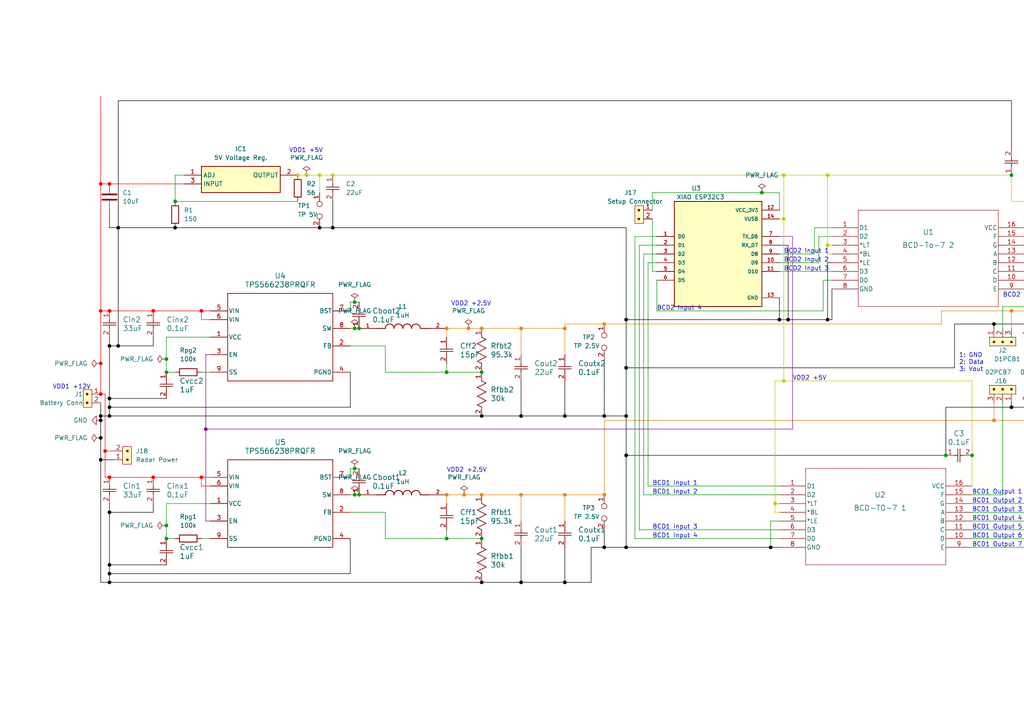
<source format=kicad_sch>
(kicad_sch (version 20230121) (generator eeschema)
  (paper "A4")
  (title_block (title "SDP25 Team18 Main PCB") (date "2024-10-25") (rev "1") (company "UMass Amherst") (comment 1 "Designed by Nathan Robinson") (comment 2 "Sam Chicoine") (comment 3 "Alex Johnson") (comment 4 "Kyle Greenwood"))
  (junction (at 181.61 92.71) (color 0 0 0 1))
  (junction (at 129.54 143.51) (color 221 133 0 1))
  (junction (at 31.75 138.43) (color 255 0 0 1))
  (junction (at 96.52 50.8) (color 194 194 0 1))
  (junction (at 129.54 156.21))
  (junction (at 313.69 118.11) (color 0 0 0 1))
  (junction (at 29.21 133.35) (color 0 0 0 1))
  (junction (at 151.13 95.25) (color 221 133 0 1))
  (junction (at 293.37 118.11) (color 0 0 0 1))
  (junction (at 313.69 90.17) (color 221 133 0 1))
  (junction (at 139.7 107.95))
  (junction (at 228.6 92.71) (color 0 0 0 1))
  (junction (at 31.75 168.91) (color 0 0 0 1))
  (junction (at 31.75 148.59) (color 0 0 0 1))
  (junction (at 48.26 107.95))
  (junction (at 223.52 158.75) (color 0 0 0 1))
  (junction (at 227.33 63.5) (color 194 194 0 1))
  (junction (at 175.26 120.65) (color 0 0 0 1))
  (junction (at 274.32 132.08))
  (junction (at 48.26 104.14))
  (junction (at 34.29 66.04) (color 0 0 0 1))
  (junction (at 298.45 121.92) (color 221 133 0 1))
  (junction (at 344.17 90.17) (color 221 133 0 1))
  (junction (at 104.14 143.51))
  (junction (at 31.75 166.37) (color 0 0 0 1))
  (junction (at 31.75 53.34) (color 255 0 0 1))
  (junction (at 29.21 105.41) (color 255 0 0 1))
  (junction (at 29.21 121.92) (color 0 0 0 1))
  (junction (at 334.01 90.17) (color 221 133 0 1))
  (junction (at 129.54 95.25) (color 221 133 0 1))
  (junction (at 151.13 143.51) (color 221 133 0 1))
  (junction (at 139.7 156.21))
  (junction (at 240.03 92.71) (color 0 0 0 1))
  (junction (at 328.93 121.92) (color 221 133 0 1))
  (junction (at 31.75 120.65) (color 0 0 0 1))
  (junction (at 151.13 168.91) (color 0 0 0 1))
  (junction (at 29.21 127) (color 0 0 0 1))
  (junction (at 240.03 71.12) (color 194 194 0 1))
  (junction (at 102.87 87.63))
  (junction (at 30.48 130.81) (color 255 0 0 1))
  (junction (at 288.29 93.98) (color 0 0 0 1))
  (junction (at 318.77 93.98) (color 0 0 0 1))
  (junction (at 59.69 124.46) (color 132 0 132 1))
  (junction (at 102.87 95.25))
  (junction (at 31.75 118.11) (color 0 0 0 1))
  (junction (at 318.77 121.92) (color 221 133 0 1))
  (junction (at 328.93 93.98) (color 0 0 0 1))
  (junction (at 29.21 120.65) (color 0 0 0 1))
  (junction (at 151.13 120.65) (color 0 0 0 1))
  (junction (at 139.7 168.91) (color 0 0 0 1))
  (junction (at 88.9 50.8) (color 194 194 0 1))
  (junction (at 29.21 90.17) (color 255 0 0 1))
  (junction (at 58.42 90.17) (color 255 0 0 1))
  (junction (at 175.26 143.51) (color 221 133 0 1))
  (junction (at 163.83 168.91) (color 0 0 0 1))
  (junction (at 139.7 143.51) (color 221 133 0 1))
  (junction (at 226.06 92.71) (color 0 0 0 1))
  (junction (at 44.45 90.17) (color 255 0 0 1))
  (junction (at 339.09 93.98) (color 0 0 0 1))
  (junction (at 181.61 132.08) (color 0 0 0 1))
  (junction (at 308.61 93.98) (color 0 0 0 1))
  (junction (at 181.61 158.75) (color 0 0 0 1))
  (junction (at 323.85 90.17) (color 221 133 0 1))
  (junction (at 134.62 143.51) (color 221 133 0 1))
  (junction (at 339.09 121.92) (color 221 133 0 1))
  (junction (at 298.45 93.98) (color 0 0 0 1))
  (junction (at 220.98 55.88))
  (junction (at 29.21 114.3) (color 255 0 0 1))
  (junction (at 50.8 66.04) (color 0 0 0 1))
  (junction (at 48.26 152.4))
  (junction (at 92.71 50.8) (color 194 194 0 1))
  (junction (at 303.53 90.17) (color 221 133 0 1))
  (junction (at 86.36 50.8) (color 194 194 0 1))
  (junction (at 92.71 66.04) (color 0 0 0 1))
  (junction (at 227.33 50.8) (color 194 194 0 1))
  (junction (at 102.87 143.51))
  (junction (at 135.89 95.25) (color 221 133 0 1))
  (junction (at 303.53 118.11) (color 0 0 0 1))
  (junction (at 29.21 53.34) (color 255 0 0 1))
  (junction (at 181.61 106.68) (color 0 0 0 1))
  (junction (at 58.42 138.43) (color 255 0 0 1))
  (junction (at 163.83 143.51) (color 221 133 0 1))
  (junction (at 31.75 163.83) (color 0 0 0 1))
  (junction (at 44.45 138.43) (color 255 0 0 1))
  (junction (at 163.83 95.25) (color 221 133 0 1))
  (junction (at 224.79 146.05) (color 194 194 0 1))
  (junction (at 34.29 100.33) (color 0 0 0 1))
  (junction (at 293.37 50.8))
  (junction (at 139.7 95.25) (color 221 133 0 1))
  (junction (at 163.83 120.65) (color 0 0 0 1))
  (junction (at 227.33 110.49) (color 194 194 0 1))
  (junction (at 50.8 58.42))
  (junction (at 334.01 118.11) (color 0 0 0 1))
  (junction (at 102.87 135.89))
  (junction (at 31.75 115.57) (color 0 0 0 1))
  (junction (at 240.03 50.8) (color 194 194 0 1))
  (junction (at 96.52 66.04) (color 0 0 0 1))
  (junction (at 48.26 156.21))
  (junction (at 344.17 118.11) (color 0 0 0 1))
  (junction (at 31.75 90.17) (color 255 0 0 1))
  (junction (at 31.75 100.33) (color 0 0 0 1))
  (junction (at 129.54 107.95))
  (junction (at 323.85 118.11) (color 0 0 0 1))
  (junction (at 139.7 120.65) (color 0 0 0 1))
  (junction (at 104.14 95.25))
  (junction (at 175.26 158.75) (color 0 0 0 1))
  (junction (at 175.26 93.98) (color 221 133 0 1))
  (junction (at 281.94 132.08))
  (junction (at 288.29 121.92) (color 221 133 0 1))
  (junction (at 293.37 90.17) (color 221 133 0 1))
  (junction (at 308.61 121.92) (color 221 133 0 1))
  (junction (at 181.61 120.65) (color 0 0 0 1))
  (wire (pts (xy 293.37 116.84) (xy 293.37 118.11)) (stroke (width 0) (color 0 0 0 1)))
  (wire (pts (xy 297.18 78.74) (xy 311.15 78.74)))
  (wire (pts (xy 297.18 66.04) (xy 297.18 58.42)) (stroke (width 0) (color 194 194 0 1)))
  (wire (pts (xy 31.75 120.65) (xy 139.7 120.65)) (stroke (width 0) (color 0 0 0 1)))
  (wire (pts (xy 29.21 133.35) (xy 29.21 168.91)) (stroke (width 0) (color 0 0 0 1)))
  (wire (pts (xy 311.15 78.74) (xy 311.15 95.25)))
  (wire (pts (xy 226.06 73.66) (xy 236.22 73.66)))
  (wire (pts (xy 300.99 116.84) (xy 300.99 146.05)))
  (wire (pts (xy 29.21 90.17) (xy 31.75 90.17)) (stroke (width 0) (color 255 0 0 1)))
  (wire (pts (xy 102.87 135.89) (xy 104.14 135.89)))
  (wire (pts (xy 129.54 143.51) (xy 134.62 143.51)) (stroke (width 0) (color 221 133 0 1)))
  (wire (pts (xy 293.37 90.17) (xy 293.37 95.25)) (stroke (width 0) (color 221 133 0 1)))
  (wire (pts (xy 308.61 116.84) (xy 308.61 121.92)) (stroke (width 0) (color 221 133 0 1)))
  (wire (pts (xy 171.45 158.75) (xy 175.26 158.75)) (stroke (width 0) (color 0 0 0 1)))
  (wire (pts (xy 31.75 148.59) (xy 31.75 163.83)) (stroke (width 0) (color 0 0 0 1)))
  (wire (pts (xy 34.29 66.04) (xy 50.8 66.04)) (stroke (width 0) (color 0 0 0 1)))
  (wire (pts (xy 151.13 102.87) (xy 151.13 95.25)) (stroke (width 0) (color 221 133 0 1)))
  (wire (pts (xy 50.8 50.8) (xy 50.8 58.42)))
  (wire (pts (xy 331.47 153.67) (xy 281.94 153.67)))
  (wire (pts (xy 31.75 138.43) (xy 44.45 138.43)) (stroke (width 0) (color 255 0 0 1)))
  (wire (pts (xy 323.85 116.84) (xy 323.85 118.11)) (stroke (width 0) (color 0 0 0 1)))
  (wire (pts (xy 354.33 116.84) (xy 354.33 118.11)) (stroke (width 0) (color 0 0 0 1)))
  (wire (pts (xy 58.42 107.95) (xy 60.96 107.95)))
  (wire (pts (xy 226.06 68.58) (xy 229.87 68.58)) (stroke (width 0) (color 132 0 132 1)))
  (wire (pts (xy 349.25 121.92) (xy 339.09 121.92)) (stroke (width 0) (color 221 133 0 1)))
  (wire (pts (xy 226.06 78.74) (xy 241.3 78.74)))
  (wire (pts (xy 31.75 90.17) (xy 44.45 90.17)) (stroke (width 0) (color 255 0 0 1)))
  (wire (pts (xy 175.26 121.92) (xy 288.29 121.92)) (stroke (width 0) (color 221 133 0 1)))
  (wire (pts (xy 58.42 138.43) (xy 60.96 138.43)) (stroke (width 0) (color 255 0 0 1)))
  (wire (pts (xy 223.52 158.75) (xy 226.06 158.75)) (stroke (width 0) (color 0 0 0 1)))
  (wire (pts (xy 240.03 50.8) (xy 240.03 71.12)) (stroke (width 0) (color 194 194 0 1)))
  (wire (pts (xy 190.5 73.66) (xy 186.69 73.66)))
  (wire (pts (xy 293.37 90.17) (xy 273.05 90.17)) (stroke (width 0) (color 221 133 0 1)))
  (wire (pts (xy 44.45 97.79) (xy 44.45 100.33)) (stroke (width 0) (color 0 0 0 1)))
  (wire (pts (xy 101.6 100.33) (xy 111.76 100.33)))
  (wire (pts (xy 175.26 104.14) (xy 175.26 120.65)) (stroke (width 0) (color 0 0 0 1)))
  (wire (pts (xy 53.34 50.8) (xy 50.8 50.8)))
  (wire (pts (xy 297.18 81.28) (xy 300.99 81.28)))
  (wire (pts (xy 163.83 168.91) (xy 171.45 168.91)) (stroke (width 0) (color 0 0 0 1)))
  (wire (pts (xy 92.71 50.8) (xy 92.71 55.88)) (stroke (width 0) (color 194 194 0 1)))
  (wire (pts (xy 331.47 73.66) (xy 331.47 95.25)))
  (wire (pts (xy 339.09 93.98) (xy 349.25 93.98)) (stroke (width 0) (color 0 0 0 1)))
  (wire (pts (xy 311.15 148.59) (xy 281.94 148.59)))
  (wire (pts (xy 227.33 50.8) (xy 240.03 50.8)) (stroke (width 0) (color 194 194 0 1)))
  (wire (pts (xy 101.6 138.43) (xy 101.6 135.89)))
  (wire (pts (xy 237.49 68.58) (xy 241.3 68.58)))
  (wire (pts (xy 334.01 118.11) (xy 323.85 118.11)) (stroke (width 0) (color 0 0 0 1)))
  (wire (pts (xy 349.25 95.25) (xy 349.25 93.98)) (stroke (width 0) (color 0 0 0 1)))
  (wire (pts (xy 181.61 132.08) (xy 274.32 132.08)) (stroke (width 0) (color 0 0 0 1)))
  (wire (pts (xy 344.17 95.25) (xy 344.17 90.17)) (stroke (width 0) (color 221 133 0 1)))
  (wire (pts (xy 48.26 156.21) (xy 50.8 156.21)))
  (wire (pts (xy 181.61 92.71) (xy 181.61 106.68)) (stroke (width 0) (color 0 0 0 1)))
  (wire (pts (xy 175.26 158.75) (xy 181.61 158.75)) (stroke (width 0) (color 0 0 0 1)))
  (wire (pts (xy 44.45 146.05) (xy 44.45 148.59)) (stroke (width 0) (color 0 0 0 1)))
  (wire (pts (xy 227.33 110.49) (xy 281.94 110.49)) (stroke (width 0) (color 194 194 0 1)))
  (wire (pts (xy 298.45 93.98) (xy 298.45 95.25)) (stroke (width 0) (color 0 0 0 1)))
  (wire (pts (xy 238.76 81.28) (xy 238.76 90.17)))
  (wire (pts (xy 354.33 90.17) (xy 344.17 90.17)) (stroke (width 0) (color 221 133 0 1)))
  (wire (pts (xy 101.6 143.51) (xy 102.87 143.51)))
  (wire (pts (xy 101.6 90.17) (xy 101.6 87.63)))
  (wire (pts (xy 129.54 97.79) (xy 129.54 95.25)) (stroke (width 0) (color 221 133 0 1)))
  (wire (pts (xy 29.21 127) (xy 29.21 133.35)) (stroke (width 0) (color 0 0 0 1)))
  (wire (pts (xy 276.86 93.98) (xy 276.86 106.68)) (stroke (width 0) (color 0 0 0 1)))
  (wire (pts (xy 226.06 86.36) (xy 226.06 92.71)) (stroke (width 0) (color 0 0 0 1)))
  (wire (pts (xy 189.23 63.5) (xy 189.23 78.74)))
  (wire (pts (xy 101.6 135.89) (xy 102.87 135.89)))
  (wire (pts (xy 354.33 118.11) (xy 344.17 118.11)) (stroke (width 0) (color 0 0 0 1)))
  (wire (pts (xy 300.99 146.05) (xy 281.94 146.05)))
  (wire (pts (xy 351.79 158.75) (xy 351.79 116.84)))
  (wire (pts (xy 297.18 83.82) (xy 297.18 88.9)))
  (wire (pts (xy 34.29 29.21) (xy 34.29 66.04)) (stroke (width 0) (color 0 0 0 1)))
  (wire (pts (xy 129.54 156.21) (xy 111.76 156.21)))
  (wire (pts (xy 190.5 71.12) (xy 185.42 71.12)))
  (wire (pts (xy 171.45 168.91) (xy 171.45 158.75)) (stroke (width 0) (color 0 0 0 1)))
  (wire (pts (xy 86.36 50.8) (xy 88.9 50.8)) (stroke (width 0) (color 194 194 0 1)))
  (wire (pts (xy 226.06 71.12) (xy 228.6 71.12)) (stroke (width 0) (color 0 0 0 1)))
  (wire (pts (xy 58.42 90.17) (xy 60.96 90.17)) (stroke (width 0) (color 255 0 0 1)))
  (wire (pts (xy 288.29 121.92) (xy 288.29 116.84)) (stroke (width 0) (color 221 133 0 1)))
  (wire (pts (xy 101.6 95.25) (xy 102.87 95.25)))
  (wire (pts (xy 241.3 76.2) (xy 240.03 76.2)) (stroke (width 0) (color 0 0 0 1)))
  (wire (pts (xy 281.94 151.13) (xy 321.31 151.13)))
  (wire (pts (xy 240.03 92.71) (xy 241.3 92.71)) (stroke (width 0) (color 0 0 0 1)))
  (wire (pts (xy 339.09 116.84) (xy 339.09 121.92)) (stroke (width 0) (color 221 133 0 1)))
  (wire (pts (xy 227.33 63.5) (xy 227.33 110.49)) (stroke (width 0) (color 194 194 0 1)))
  (wire (pts (xy 224.79 110.49) (xy 227.33 110.49)) (stroke (width 0) (color 194 194 0 1)))
  (wire (pts (xy 187.96 76.2) (xy 187.96 140.97)))
  (wire (pts (xy 293.37 118.11) (xy 274.32 118.11)) (stroke (width 0) (color 0 0 0 1)))
  (wire (pts (xy 318.77 121.92) (xy 308.61 121.92)) (stroke (width 0) (color 221 133 0 1)))
  (wire (pts (xy 240.03 76.2) (xy 240.03 92.71)) (stroke (width 0) (color 0 0 0 1)))
  (wire (pts (xy 281.94 143.51) (xy 290.83 143.51)))
  (wire (pts (xy 60.96 97.79) (xy 48.26 97.79)))
  (wire (pts (xy 241.3 71.12) (xy 240.03 71.12)) (stroke (width 0) (color 194 194 0 1)))
  (wire (pts (xy 341.63 71.12) (xy 341.63 95.25)))
  (wire (pts (xy 298.45 116.84) (xy 298.45 121.92)) (stroke (width 0) (color 221 133 0 1)))
  (wire (pts (xy 31.75 53.34) (xy 29.21 53.34)) (stroke (width 0) (color 255 0 0 1)))
  (wire (pts (xy 139.7 95.25) (xy 151.13 95.25)) (stroke (width 0) (color 221 133 0 1)))
  (wire (pts (xy 240.03 50.8) (xy 293.37 50.8)) (stroke (width 0) (color 194 194 0 1)))
  (wire (pts (xy 185.42 153.67) (xy 226.06 153.67)))
  (wire (pts (xy 344.17 90.17) (xy 334.01 90.17)) (stroke (width 0) (color 221 133 0 1)))
  (wire (pts (xy 313.69 116.84) (xy 313.69 118.11)) (stroke (width 0) (color 0 0 0 1)))
  (wire (pts (xy 323.85 90.17) (xy 313.69 90.17)) (stroke (width 0) (color 221 133 0 1)))
  (wire (pts (xy 181.61 120.65) (xy 181.61 132.08)) (stroke (width 0) (color 0 0 0 1)))
  (wire (pts (xy 111.76 100.33) (xy 111.76 107.95)))
  (wire (pts (xy 313.69 118.11) (xy 303.53 118.11)) (stroke (width 0) (color 0 0 0 1)))
  (wire (pts (xy 181.61 132.08) (xy 181.61 158.75)) (stroke (width 0) (color 0 0 0 1)))
  (wire (pts (xy 59.69 102.87) (xy 59.69 124.46)) (stroke (width 0) (color 132 0 132 1)))
  (wire (pts (xy 318.77 116.84) (xy 318.77 121.92)) (stroke (width 0) (color 221 133 0 1)))
  (wire (pts (xy 29.21 120.65) (xy 31.75 120.65)) (stroke (width 0) (color 0 0 0 1)))
  (wire (pts (xy 163.83 151.13) (xy 163.83 143.51)) (stroke (width 0) (color 221 133 0 1)))
  (wire (pts (xy 151.13 151.13) (xy 151.13 143.51)) (stroke (width 0) (color 221 133 0 1)))
  (wire (pts (xy 101.6 166.37) (xy 31.75 166.37)) (stroke (width 0) (color 0 0 0 1)))
  (wire (pts (xy 163.83 143.51) (xy 175.26 143.51)) (stroke (width 0) (color 221 133 0 1)))
  (wire (pts (xy 351.79 68.58) (xy 351.79 95.25)))
  (wire (pts (xy 224.79 146.05) (xy 224.79 110.49)) (stroke (width 0) (color 194 194 0 1)))
  (wire (pts (xy 318.77 93.98) (xy 328.93 93.98)) (stroke (width 0) (color 0 0 0 1)))
  (wire (pts (xy 102.87 87.63) (xy 104.14 87.63)))
  (wire (pts (xy 129.54 107.95) (xy 139.7 107.95)))
  (wire (pts (xy 186.69 143.51) (xy 226.06 143.51)))
  (wire (pts (xy 50.8 66.04) (xy 92.71 66.04)) (stroke (width 0) (color 0 0 0 1)))
  (wire (pts (xy 31.75 163.83) (xy 48.26 163.83)) (stroke (width 0) (color 0 0 0 1)))
  (wire (pts (xy 297.18 73.66) (xy 331.47 73.66)))
  (wire (pts (xy 163.83 110.49) (xy 163.83 120.65)) (stroke (width 0) (color 0 0 0 1)))
  (wire (pts (xy 29.21 168.91) (xy 31.75 168.91)) (stroke (width 0) (color 0 0 0 1)))
  (wire (pts (xy 290.83 88.9) (xy 290.83 95.25)))
  (wire (pts (xy 44.45 90.17) (xy 58.42 90.17)) (stroke (width 0) (color 255 0 0 1)))
  (wire (pts (xy 129.54 156.21) (xy 139.7 156.21)))
  (wire (pts (xy 34.29 100.33) (xy 44.45 100.33)) (stroke (width 0) (color 0 0 0 1)))
  (wire (pts (xy 139.7 120.65) (xy 151.13 120.65)) (stroke (width 0) (color 0 0 0 1)))
  (wire (pts (xy 163.83 102.87) (xy 163.83 95.25)) (stroke (width 0) (color 221 133 0 1)))
  (wire (pts (xy 50.8 58.42) (xy 86.36 58.42)))
  (wire (pts (xy 139.7 168.91) (xy 151.13 168.91)) (stroke (width 0) (color 0 0 0 1)))
  (wire (pts (xy 331.47 116.84) (xy 331.47 153.67)))
  (wire (pts (xy 96.52 50.8) (xy 227.33 50.8)) (stroke (width 0) (color 194 194 0 1)))
  (wire (pts (xy 240.03 71.12) (xy 240.03 73.66)) (stroke (width 0) (color 194 194 0 1)))
  (wire (pts (xy 92.71 66.04) (xy 96.52 66.04)) (stroke (width 0) (color 0 0 0 1)))
  (wire (pts (xy 334.01 90.17) (xy 323.85 90.17)) (stroke (width 0) (color 221 133 0 1)))
  (wire (pts (xy 48.26 152.4) (xy 48.26 156.21)))
  (wire (pts (xy 288.29 93.98) (xy 298.45 93.98)) (stroke (width 0) (color 0 0 0 1)))
  (wire (pts (xy 101.6 87.63) (xy 102.87 87.63)))
  (wire (pts (xy 59.69 102.87) (xy 60.96 102.87)) (stroke (width 0) (color 132 0 132 1)))
  (wire (pts (xy 135.89 95.25) (xy 139.7 95.25)) (stroke (width 0) (color 221 133 0 1)))
  (wire (pts (xy 238.76 90.17) (xy 190.5 90.17)))
  (wire (pts (xy 151.13 110.49) (xy 151.13 120.65)) (stroke (width 0) (color 0 0 0 1)))
  (wire (pts (xy 29.21 27.94) (xy 29.21 53.34)) (stroke (width 0) (color 255 0 0 1)))
  (wire (pts (xy 190.5 78.74) (xy 189.23 78.74)))
  (wire (pts (xy 29.21 120.65) (xy 29.21 121.92)) (stroke (width 0) (color 0 0 0 1)))
  (wire (pts (xy 303.53 95.25) (xy 303.53 90.17)) (stroke (width 0) (color 221 133 0 1)))
  (wire (pts (xy 96.52 58.42) (xy 96.52 66.04)) (stroke (width 0) (color 0 0 0 1)))
  (wire (pts (xy 151.13 120.65) (xy 163.83 120.65)) (stroke (width 0) (color 0 0 0 1)))
  (wire (pts (xy 187.96 140.97) (xy 226.06 140.97)))
  (wire (pts (xy 190.5 90.17) (xy 190.5 81.28)))
  (wire (pts (xy 129.54 107.95) (xy 111.76 107.95)))
  (wire (pts (xy 30.48 114.3) (xy 30.48 130.81)) (stroke (width 0) (color 255 0 0 1)))
  (wire (pts (xy 31.75 115.57) (xy 31.75 118.11)) (stroke (width 0) (color 0 0 0 1)))
  (wire (pts (xy 281.94 158.75) (xy 351.79 158.75)))
  (wire (pts (xy 29.21 90.17) (xy 29.21 105.41)) (stroke (width 0) (color 255 0 0 1)))
  (wire (pts (xy 129.54 146.05) (xy 129.54 143.51)) (stroke (width 0) (color 221 133 0 1)))
  (wire (pts (xy 92.71 50.8) (xy 96.52 50.8)) (stroke (width 0) (color 194 194 0 1)))
  (wire (pts (xy 175.26 120.65) (xy 181.61 120.65)) (stroke (width 0) (color 0 0 0 1)))
  (wire (pts (xy 228.6 92.71) (xy 240.03 92.71)) (stroke (width 0) (color 0 0 0 1)))
  (wire (pts (xy 298.45 121.92) (xy 288.29 121.92)) (stroke (width 0) (color 221 133 0 1)))
  (wire (pts (xy 163.83 120.65) (xy 175.26 120.65)) (stroke (width 0) (color 0 0 0 1)))
  (wire (pts (xy 175.26 153.67) (xy 175.26 158.75)) (stroke (width 0) (color 0 0 0 1)))
  (wire (pts (xy 293.37 50.8) (xy 293.37 58.42)) (stroke (width 0) (color 194 194 0 1)))
  (wire (pts (xy 308.61 121.92) (xy 298.45 121.92)) (stroke (width 0) (color 221 133 0 1)))
  (wire (pts (xy 349.25 116.84) (xy 349.25 121.92)) (stroke (width 0) (color 221 133 0 1)))
  (wire (pts (xy 240.03 73.66) (xy 241.3 73.66)) (stroke (width 0) (color 194 194 0 1)))
  (wire (pts (xy 339.09 121.92) (xy 328.93 121.92)) (stroke (width 0) (color 221 133 0 1)))
  (wire (pts (xy 163.83 158.75) (xy 163.83 168.91)) (stroke (width 0) (color 0 0 0 1)))
  (wire (pts (xy 288.29 93.98) (xy 288.29 95.25)) (stroke (width 0) (color 0 0 0 1)))
  (wire (pts (xy 308.61 93.98) (xy 308.61 95.25)) (stroke (width 0) (color 0 0 0 1)))
  (wire (pts (xy 30.48 130.81) (xy 30.48 138.43)) (stroke (width 0) (color 255 0 0 1)))
  (wire (pts (xy 48.26 104.14) (xy 48.26 107.95)))
  (wire (pts (xy 300.99 81.28) (xy 300.99 95.25)))
  (wire (pts (xy 189.23 55.88) (xy 220.98 55.88)))
  (wire (pts (xy 129.54 95.25) (xy 135.89 95.25)) (stroke (width 0) (color 221 133 0 1)))
  (wire (pts (xy 229.87 124.46) (xy 59.69 124.46)) (stroke (width 0) (color 132 0 132 1)))
  (wire (pts (xy 34.29 66.04) (xy 34.29 100.33)) (stroke (width 0) (color 0 0 0 1)))
  (wire (pts (xy 323.85 118.11) (xy 313.69 118.11)) (stroke (width 0) (color 0 0 0 1)))
  (wire (pts (xy 223.52 151.13) (xy 223.52 158.75)))
  (wire (pts (xy 189.23 55.88) (xy 189.23 60.96)))
  (wire (pts (xy 237.49 76.2) (xy 237.49 68.58)))
  (wire (pts (xy 129.54 153.67) (xy 129.54 156.21)))
  (wire (pts (xy 328.93 93.98) (xy 328.93 95.25)) (stroke (width 0) (color 0 0 0 1)))
  (wire (pts (xy 60.96 146.05) (xy 48.26 146.05)))
  (wire (pts (xy 58.42 92.71) (xy 58.42 90.17)) (stroke (width 0) (color 255 0 0 1)))
  (wire (pts (xy 303.53 118.11) (xy 303.53 116.84)) (stroke (width 0) (color 0 0 0 1)))
  (wire (pts (xy 293.37 58.42) (xy 297.18 58.42)) (stroke (width 0) (color 194 194 0 1)))
  (wire (pts (xy 31.75 163.83) (xy 31.75 166.37)) (stroke (width 0) (color 0 0 0 1)))
  (wire (pts (xy 190.5 76.2) (xy 187.96 76.2)))
  (wire (pts (xy 297.18 76.2) (xy 321.31 76.2)))
  (wire (pts (xy 88.9 50.8) (xy 92.71 50.8)) (stroke (width 0) (color 194 194 0 1)))
  (wire (pts (xy 29.21 105.41) (xy 29.21 114.3)) (stroke (width 0) (color 255 0 0 1)))
  (wire (pts (xy 175.26 93.98) (xy 163.83 93.98)) (stroke (width 0) (color 221 133 0 1)))
  (wire (pts (xy 59.69 124.46) (xy 59.69 151.13)) (stroke (width 0) (color 132 0 132 1)))
  (wire (pts (xy 226.06 146.05) (xy 224.79 146.05)) (stroke (width 0) (color 194 194 0 1)))
  (wire (pts (xy 226.06 76.2) (xy 237.49 76.2)))
  (wire (pts (xy 31.75 97.79) (xy 31.75 100.33)) (stroke (width 0) (color 0 0 0 1)))
  (wire (pts (xy 163.83 93.98) (xy 163.83 95.25)) (stroke (width 0) (color 221 133 0 1)))
  (wire (pts (xy 31.75 60.96) (xy 31.75 66.04)) (stroke (width 0) (color 0 0 0 1)))
  (wire (pts (xy 181.61 66.04) (xy 181.61 92.71)) (stroke (width 0) (color 0 0 0 1)))
  (wire (pts (xy 297.18 71.12) (xy 341.63 71.12)))
  (wire (pts (xy 134.62 143.51) (xy 139.7 143.51)) (stroke (width 0) (color 221 133 0 1)))
  (wire (pts (xy 236.22 73.66) (xy 236.22 66.04)))
  (wire (pts (xy 334.01 116.84) (xy 334.01 118.11)) (stroke (width 0) (color 0 0 0 1)))
  (wire (pts (xy 290.83 116.84) (xy 290.83 143.51)))
  (wire (pts (xy 59.69 151.13) (xy 60.96 151.13)) (stroke (width 0) (color 132 0 132 1)))
  (wire (pts (xy 311.15 116.84) (xy 311.15 148.59)))
  (wire (pts (xy 102.87 95.25) (xy 104.14 95.25)))
  (wire (pts (xy 339.09 93.98) (xy 339.09 95.25)) (stroke (width 0) (color 0 0 0 1)))
  (wire (pts (xy 151.13 158.75) (xy 151.13 168.91)) (stroke (width 0) (color 0 0 0 1)))
  (wire (pts (xy 48.26 107.95) (xy 50.8 107.95)))
  (wire (pts (xy 298.45 93.98) (xy 308.61 93.98)) (stroke (width 0) (color 0 0 0 1)))
  (wire (pts (xy 31.75 168.91) (xy 139.7 168.91)) (stroke (width 0) (color 0 0 0 1)))
  (wire (pts (xy 29.21 53.34) (xy 29.21 90.17)) (stroke (width 0) (color 255 0 0 1)))
  (wire (pts (xy 328.93 121.92) (xy 318.77 121.92)) (stroke (width 0) (color 221 133 0 1)))
  (wire (pts (xy 321.31 151.13) (xy 321.31 116.84)))
  (wire (pts (xy 30.48 138.43) (xy 31.75 138.43)) (stroke (width 0) (color 255 0 0 1)))
  (wire (pts (xy 31.75 100.33) (xy 31.75 115.57)) (stroke (width 0) (color 0 0 0 1)))
  (wire (pts (xy 228.6 71.12) (xy 228.6 92.71)) (stroke (width 0) (color 0 0 0 1)))
  (wire (pts (xy 44.45 138.43) (xy 58.42 138.43)) (stroke (width 0) (color 255 0 0 1)))
  (wire (pts (xy 96.52 66.04) (xy 181.61 66.04)) (stroke (width 0) (color 0 0 0 1)))
  (wire (pts (xy 175.26 143.51) (xy 175.26 121.92)) (stroke (width 0) (color 221 133 0 1)))
  (wire (pts (xy 29.21 133.35) (xy 33.02 133.35)) (stroke (width 0) (color 0 0 0 1)))
  (wire (pts (xy 101.6 107.95) (xy 101.6 118.11)) (stroke (width 0) (color 0 0 0 1)))
  (wire (pts (xy 30.48 130.81) (xy 33.02 130.81)) (stroke (width 0) (color 255 0 0 1)))
  (wire (pts (xy 281.94 156.21) (xy 341.63 156.21)))
  (wire (pts (xy 60.96 92.71) (xy 58.42 92.71)) (stroke (width 0) (color 255 0 0 1)))
  (wire (pts (xy 241.3 83.82) (xy 241.3 92.71)) (stroke (width 0) (color 0 0 0 1)))
  (wire (pts (xy 31.75 53.34) (xy 53.34 53.34)) (stroke (width 0) (color 255 0 0 1)))
  (wire (pts (xy 229.87 68.58) (xy 229.87 124.46)) (stroke (width 0) (color 132 0 132 1)))
  (wire (pts (xy 190.5 68.58) (xy 184.15 68.58)))
  (wire (pts (xy 129.54 105.41) (xy 129.54 107.95)))
  (wire (pts (xy 313.69 95.25) (xy 313.69 90.17)) (stroke (width 0) (color 221 133 0 1)))
  (wire (pts (xy 226.06 92.71) (xy 228.6 92.71)) (stroke (width 0) (color 0 0 0 1)))
  (wire (pts (xy 31.75 100.33) (xy 34.29 100.33)) (stroke (width 0) (color 0 0 0 1)))
  (wire (pts (xy 48.26 146.05) (xy 48.26 152.4)))
  (wire (pts (xy 341.63 156.21) (xy 341.63 116.84)))
  (wire (pts (xy 313.69 90.17) (xy 303.53 90.17)) (stroke (width 0) (color 221 133 0 1)))
  (wire (pts (xy 344.17 118.11) (xy 334.01 118.11)) (stroke (width 0) (color 0 0 0 1)))
  (wire (pts (xy 151.13 143.51) (xy 163.83 143.51)) (stroke (width 0) (color 221 133 0 1)))
  (wire (pts (xy 303.53 90.17) (xy 293.37 90.17)) (stroke (width 0) (color 221 133 0 1)))
  (wire (pts (xy 281.94 110.49) (xy 281.94 132.08)) (stroke (width 0) (color 194 194 0 1)))
  (wire (pts (xy 31.75 146.05) (xy 31.75 148.59)) (stroke (width 0) (color 0 0 0 1)))
  (wire (pts (xy 101.6 156.21) (xy 101.6 166.37)) (stroke (width 0) (color 0 0 0 1)))
  (wire (pts (xy 226.06 148.59) (xy 224.79 148.59)) (stroke (width 0) (color 194 194 0 1)))
  (wire (pts (xy 31.75 118.11) (xy 31.75 120.65)) (stroke (width 0) (color 0 0 0 1)))
  (wire (pts (xy 274.32 118.11) (xy 274.32 132.08)) (stroke (width 0) (color 0 0 0 1)))
  (wire (pts (xy 139.7 143.51) (xy 151.13 143.51)) (stroke (width 0) (color 221 133 0 1)))
  (wire (pts (xy 44.45 148.59) (xy 31.75 148.59)) (stroke (width 0) (color 0 0 0 1)))
  (wire (pts (xy 29.21 121.92) (xy 29.21 127)) (stroke (width 0) (color 0 0 0 1)))
  (wire (pts (xy 184.15 68.58) (xy 184.15 156.21)))
  (wire (pts (xy 334.01 95.25) (xy 334.01 90.17)) (stroke (width 0) (color 221 133 0 1)))
  (wire (pts (xy 185.42 71.12) (xy 185.42 153.67)))
  (wire (pts (xy 321.31 76.2) (xy 321.31 95.25)))
  (wire (pts (xy 297.18 88.9) (xy 290.83 88.9)))
  (wire (pts (xy 227.33 50.8) (xy 227.33 63.5)) (stroke (width 0) (color 194 194 0 1)))
  (wire (pts (xy 186.69 73.66) (xy 186.69 143.51)))
  (wire (pts (xy 181.61 106.68) (xy 276.86 106.68)) (stroke (width 0) (color 0 0 0 1)))
  (wire (pts (xy 58.42 140.97) (xy 58.42 138.43)) (stroke (width 0) (color 255 0 0 1)))
  (wire (pts (xy 293.37 43.18) (xy 293.37 29.21)) (stroke (width 0) (color 0 0 0 1)))
  (wire (pts (xy 111.76 148.59) (xy 111.76 156.21)))
  (wire (pts (xy 288.29 93.98) (xy 276.86 93.98)) (stroke (width 0) (color 0 0 0 1)))
  (wire (pts (xy 226.06 55.88) (xy 226.06 60.96)))
  (wire (pts (xy 60.96 140.97) (xy 58.42 140.97)) (stroke (width 0) (color 255 0 0 1)))
  (wire (pts (xy 29.21 114.3) (xy 30.48 114.3)) (stroke (width 0) (color 255 0 0 1)))
  (wire (pts (xy 297.18 68.58) (xy 351.79 68.58)))
  (wire (pts (xy 323.85 95.25) (xy 323.85 90.17)) (stroke (width 0) (color 221 133 0 1)))
  (wire (pts (xy 344.17 116.84) (xy 344.17 118.11)) (stroke (width 0) (color 0 0 0 1)))
  (wire (pts (xy 101.6 118.11) (xy 31.75 118.11)) (stroke (width 0) (color 0 0 0 1)))
  (wire (pts (xy 181.61 106.68) (xy 181.61 120.65)) (stroke (width 0) (color 0 0 0 1)))
  (wire (pts (xy 58.42 156.21) (xy 60.96 156.21)))
  (wire (pts (xy 273.05 90.17) (xy 273.05 93.98)) (stroke (width 0) (color 221 133 0 1)))
  (wire (pts (xy 220.98 55.88) (xy 226.06 55.88)))
  (wire (pts (xy 31.75 166.37) (xy 31.75 168.91)) (stroke (width 0) (color 0 0 0 1)))
  (wire (pts (xy 181.61 92.71) (xy 226.06 92.71)) (stroke (width 0) (color 0 0 0 1)))
  (wire (pts (xy 29.21 116.84) (xy 29.21 120.65)) (stroke (width 0) (color 0 0 0 1)))
  (wire (pts (xy 224.79 146.05) (xy 224.79 148.59)) (stroke (width 0) (color 194 194 0 1)))
  (wire (pts (xy 236.22 66.04) (xy 241.3 66.04)))
  (wire (pts (xy 181.61 158.75) (xy 223.52 158.75)) (stroke (width 0) (color 0 0 0 1)))
  (wire (pts (xy 318.77 93.98) (xy 318.77 95.25)) (stroke (width 0) (color 0 0 0 1)))
  (wire (pts (xy 102.87 143.51) (xy 104.14 143.51)))
  (wire (pts (xy 328.93 93.98) (xy 339.09 93.98)) (stroke (width 0) (color 0 0 0 1)))
  (wire (pts (xy 227.33 63.5) (xy 226.06 63.5)) (stroke (width 0) (color 194 194 0 1)))
  (wire (pts (xy 226.06 151.13) (xy 223.52 151.13)))
  (wire (pts (xy 241.3 81.28) (xy 238.76 81.28)))
  (wire (pts (xy 226.06 156.21) (xy 184.15 156.21)))
  (wire (pts (xy 293.37 118.11) (xy 303.53 118.11)) (stroke (width 0) (color 0 0 0 1)))
  (wire (pts (xy 101.6 148.59) (xy 111.76 148.59)))
  (wire (pts (xy 151.13 168.91) (xy 163.83 168.91)) (stroke (width 0) (color 0 0 0 1)))
  (wire (pts (xy 31.75 115.57) (xy 48.26 115.57)) (stroke (width 0) (color 0 0 0 1)))
  (wire (pts (xy 281.94 132.08) (xy 281.94 140.97)) (stroke (width 0) (color 194 194 0 1)))
  (wire (pts (xy 31.75 66.04) (xy 34.29 66.04)) (stroke (width 0) (color 0 0 0 1)))
  (wire (pts (xy 354.33 95.25) (xy 354.33 90.17)) (stroke (width 0) (color 221 133 0 1)))
  (wire (pts (xy 48.26 97.79) (xy 48.26 104.14)))
  (wire (pts (xy 273.05 93.98) (xy 175.26 93.98)) (stroke (width 0) (color 221 133 0 1)))
  (wire (pts (xy 151.13 95.25) (xy 163.83 95.25)) (stroke (width 0) (color 221 133 0 1)))
  (wire (pts (xy 328.93 116.84) (xy 328.93 121.92)) (stroke (width 0) (color 221 133 0 1)))
  (wire (pts (xy 34.29 29.21) (xy 293.37 29.21)) (stroke (width 0) (color 0 0 0 1)))
  (wire (pts (xy 308.61 93.98) (xy 318.77 93.98)) (stroke (width 0) (color 0 0 0 1)))
  (text "BCD2 Output 2" (at 298.45 71.12 0) (effects (font (size 1.27 1.27)) (justify left bottom)))
  (text "VDD1 +5V" (at 83.82 44.45 0) (effects (font (size 1.27 1.27)) (justify left bottom)))
  (text "BCD2 Output 5" (at 298.45 78.74 0) (effects (font (size 1.27 1.27)) (justify left bottom)))
  (text "BCD1 Input 4" (at 189.23 156.21 0) (effects (font (size 1.27 1.27)) (justify left bottom)))
  (text "1: GND\n2: Data\n3: Vout\n" (at 278.13 107.95 0) (effects (font (size 1.27 1.27)) (justify left bottom)))
  (text "BCD1 Output 7" (at 281.94 158.75 0) (effects (font (size 1.27 1.27)) (justify left bottom)))
  (text "VDD2 +2.5V" (at 129.54 137.16 0) (effects (font (size 1.27 1.27)) (justify left bottom)))
  (text "BCD1 Output 2" (at 281.94 146.05 0) (effects (font (size 1.27 1.27)) (justify left bottom)))
  (text "BCD1 Output 3" (at 281.94 148.59 0) (effects (font (size 1.27 1.27)) (justify left bottom)))
  (text "VDD2 +5V" (at 229.87 110.49 0) (effects (font (size 1.27 1.27)) (justify left bottom)))
  (text "BCD2 Output 1" (at 298.45 68.58 0) (effects (font (size 1.27 1.27)) (justify left bottom)))
  (text "BCD2 Input 2" (at 227.33 76.2 0) (effects (font (size 1.27 1.27)) (justify left bottom)))
  (text "BCD2 Output 3" (at 298.5394 73.7297 0) (effects (font (size 1.27 1.27)) (justify left bottom)))
  (text "BCD2 Input 4" (at 190.5 90.17 0) (effects (font (size 1.27 1.27)) (justify left bottom)))
  (text "BCD1 Input 3" (at 189.23 153.67 0) (effects (font (size 1.27 1.27)) (justify left bottom)))
  (text "BCD2 Input 3" (at 227.33 78.74 0) (effects (font (size 1.27 1.27)) (justify left bottom)))
  (text "BCD2 Output 4" (at 298.45 76.2 0) (effects (font (size 1.27 1.27)) (justify left bottom)))
  (text "BCD1 Output 4" (at 281.94 151.13 0) (effects (font (size 1.27 1.27)) (justify left bottom)))
  (text "VDD1 +12V" (at 15.24 113.03 0) (effects (font (size 1.27 1.27)) (justify left bottom)))
  (text "BCD2 Input 1" (at 227.33 73.66 0) (effects (font (size 1.27 1.27)) (justify left bottom)))
  (text "BCD2 Output 6" (at 297.18 81.28 0) (effects (font (size 1.27 1.27)) (justify left bottom)))
  (text "BCD1 Output 1" (at 281.94 143.51 0) (effects (font (size 1.27 1.27)) (justify left bottom)))
  (text "BCD1 Output 5" (at 281.94 153.67 0) (effects (font (size 1.27 1.27)) (justify left bottom)))
  (text "BCD1 Input 2" (at 189.23 143.51 0) (effects (font (size 1.27 1.27)) (justify left bottom)))
  (text "VDD2 +2.5V" (at 130.81 88.9 0) (effects (font (size 1.27 1.27)) (justify left bottom)))
  (text "BCD1 Output 6" (at 281.94 156.21 0) (effects (font (size 1.27 1.27)) (justify left bottom)))
  (text "BCD2 Output 7" (at 290.83 86.36 0) (effects (font (size 1.27 1.27)) (justify left bottom)))
  (text "BCD1 Input 1" (at 189.23 140.97 0) (effects (font (size 1.27 1.27)) (justify left bottom)))
  (symbol (lib_id "Device:R") (at 86.36 54.61 0) (unit 1)
    (property "Reference" "R2" (at 88.9 53.34 0) (effects (justify left)))
    (property "Value" "56" (at 88.9 55.88 0) (effects (justify left)))
    (property "Footprint" "Resistor_THT:R_Axial_DIN0207_L6.3mm_D2.5mm_P2.54mm_Vertical" (effects hide))
  )
  (symbol (lib_id "power:PWR_FLAG") (at 102.87 95.25 0) (unit 1)
    (property "Reference" "#FLG09" (effects hide))
    (property "Value" "PWR_FLAG" (at 102.87 90.17 0))
  )
  (symbol (lib_id "Device:R") (at 54.61 107.95 90) (unit 1)
    (property "Reference" "Rpg2" (at 54.61 101.6 90))
    (property "Value" "100k" (at 54.61 104.14 90))
    (property "Footprint" "Resistor_THT:R_Axial_DIN0207_L6.3mm_D2.5mm_P2.54mm_Vertical" (effects hide))
  )
  (symbol (lib_id "power:PWR_FLAG") (at 102.87 135.89 0) (unit 1)
    (property "Reference" "#FLG03" (effects hide))
    (property "Value" "PWR_FLAG" (at 102.87 130.81 0))
  )
  (symbol (lib_id "EMK107B7105KA_T:EMK107B7105KA-T") (at 48.26 107.95 270) (unit 1)
    (property "Reference" "Cvcc2" (at 52.07 110.49 90) (effects (font (size 1.524 1.524)) (justify left)))
    (property "Value" "1uF" (at 52.07 113.03 90) (effects (font (size 1.524 1.524)) (justify left)))
    (property "Footprint" "EMK107B7105KA_T:cap_UMK107ABJ474KA-T_TAY" (effects hide))
    (property "Datasheet" "EMK107B7105KA-T" (effects hide))
  )
  (symbol (lib_id "CRCW040295K3FKED:CRCW040295K3FKED") (at 139.7 156.21 90) (unit 1)
    (property "Reference" "Rfbt1" (at 142.24 148.59 90) (effects (font (size 1.524 1.524)) (justify right)))
    (property "Value" "95.3k" (at 142.24 151.13 90) (effects (font (size 1.524 1.524)) (justify right)))
    (property "Footprint" "CRCW040295K3FKED:RC0402N_VIS" (effects hide))
    (property "Datasheet" "CRCW040295K3FKED" (effects hide))
  )
  (symbol (lib_name "CD74HCT4511E_1") (lib_id "2024-10-17_18-41-22:CD74HCT4511E") (at 226.06 140.97 0) (unit 1)
    (property "Reference" "U2" (at 255.27 143.51 0) (effects (font (size 1.524 1.524))))
    (property "Value" "BCD-TO-7 1" (at 255.27 147.32 0) (effects (font (size 1.524 1.524))))
    (property "Footprint" "CD74HCT4511E:N16" (effects hide))
    (property "Datasheet" "CD74HCT4511E" (effects hide))
  )
  (symbol (lib_id "dk_Rectangular-Connectors-Headers-Male-Pins:M20-9990246") (at 26.67 114.3 270) (unit 1)
    (property "Reference" "J1" (at 22.86 114.3 90))
    (property "Value" "Battery Conn" (at 17.78 116.84 90))
    (property "Footprint" "digikey-footprints:PinHeader_1x2_P2.54mm_Drill1.02mm" (effects hide))
    (property "Datasheet" "https://cdn.harwin.com/pdfs/M20-999.pdf" (effects hide))
    (property "Digi-Key_PN" "952-2262-ND" (effects hide))
    (property "MPN" "M20-9990246" (effects hide))
    (property "Category" "Connectors, Interconnects" (effects hide))
    (property "Family" "Rectangular Connectors - Headers, Male Pins" (effects hide))
    (property "DK_Datasheet_Link" "https://cdn.harwin.com/pdfs/M20-999.pdf" (effects hide))
    (property "DK_Detail_Page" "/product-detail/en/harwin-inc/M20-9990246/952-2262-ND/3728226" (effects hide))
    (property "Description" "CONN HEADER VERT 2POS 2.54MM" (effects hide))
    (property "Manufacturer" "Harwin Inc." (effects hide))
    (property "Status" "Active" (effects hide))
  )
  (symbol (lib_id "power:PWR_FLAG") (at 135.89 95.25 0) (unit 1)
    (property "Reference" "#FLG05" (effects hide))
    (property "Value" "PWR_FLAG" (at 135.89 90.17 0))
  )
  (symbol (lib_id "power:PWR_FLAG") (at 88.9 50.8 0) (unit 1)
    (property "Reference" "#FLG04" (effects hide))
    (property "Value" "PWR_FLAG" (at 88.9 45.72 0))
  )
  (symbol (lib_id "C3216X5R1E336M160AC:C3216X5R1E336M160AC") (at 31.75 138.43 270) (unit 1)
    (property "Reference" "Cin1" (at 35.56 140.97 90) (effects (font (size 1.524 1.524)) (justify left)))
    (property "Value" "33uF" (at 35.56 143.51 90) (effects (font (size 1.524 1.524)) (justify left)))
    (property "Footprint" "C3216X5R1E336M160AC:CAP_3216_TDK" (effects hide))
    (property "Datasheet" "C3216X5R1E336M160AC" (effects hide))
  )
  (symbol (lib_id "power:PWR_FLAG") (at 48.26 152.4 90) (unit 1)
    (property "Reference" "#FLG07" (effects hide))
    (property "Value" "PWR_FLAG" (at 44.45 152.4 90) (effects (justify left)))
  )
  (symbol (lib_id "Device:R") (at 54.61 156.21 90) (unit 1)
    (property "Reference" "Rpg1" (at 54.61 149.86 90))
    (property "Value" "100k" (at 54.61 152.4 90))
    (property "Footprint" "Resistor_THT:R_Axial_DIN0207_L6.3mm_D2.5mm_P2.54mm_Vertical" (effects hide))
  )
  (symbol (lib_id "FG18X7R1H104KNT00:FG18X7R1H104KNT00") (at 163.83 151.13 270) (unit 1)
    (property "Reference" "Coutx1" (at 167.64 153.67 90) (effects (font (size 1.524 1.524)) (justify left)))
    (property "Value" "0.1uF" (at 167.64 156.21 90) (effects (font (size 1.524 1.524)) (justify left)))
    (property "Footprint" "FG18X7R1H104KNT00:CAP_FG18_TDK" (effects hide))
    (property "Datasheet" "FG18X7R1H104KNT00" (effects hide))
  )
  (symbol (lib_id "FA18C0G1H150JNU00:FA18C0G1H150JNU00") (at 129.54 97.79 270) (unit 1)
    (property "Reference" "Cff2" (at 133.35 100.33 90) (effects (font (size 1.524 1.524)) (justify left)))
    (property "Value" "15pF" (at 133.35 102.87 90) (effects (font (size 1.524 1.524)) (justify left)))
    (property "Footprint" "FA18C0G1H150JNU00:CAP_FA18_TDK" (effects hide))
    (property "Datasheet" "FA18C0G1H150JNU00" (effects hide))
  )
  (symbol (lib_id "EEAGA1H220:EEAGA1H220") (at 96.52 50.8 270) (unit 1)
    (property "Reference" "C2" (at 100.33 53.34 90) (effects (justify left)))
    (property "Value" "22uF" (at 100.33 55.88 90) (effects (justify left)))
    (property "Footprint" "EEAGA1H220:CAP_PAN_8X7_PAN" (effects hide))
    (property "Datasheet" "EEAGA1H220" (effects hide))
  )
  (symbol (lib_id "dk_Rectangular-Connectors-Headers-Male-Pins:B3B-XH-A_LF__SN_") (at 288.29 97.79 0) (unit 1)
    (property "Reference" "J2" (at 289.56 101.6 0) (effects (justify left)))
    (property "Value" "D1PCB1" (at 288.29 104.14 0) (effects (justify left)))
    (property "Footprint" "Connector_JST:JST_PH_B3B-PH-K_1x03_P2.00mm_Vertical" (effects hide))
    (property "Datasheet" "http://www.jst-mfg.com/product/pdf/eng/eXH.pdf" (effects hide))
    (property "Digi-Key_PN" "455-2248-ND" (effects hide))
    (property "MPN" "B3B-XH-A(LF)(SN)" (effects hide))
    (property "Category" "Connectors, Interconnects" (effects hide))
    (property "Family" "Rectangular Connectors - Headers, Male Pins" (effects hide))
    (property "DK_Datasheet_Link" "http://www.jst-mfg.com/product/pdf/eng/eXH.pdf" (effects hide))
    (property "DK_Detail_Page" "/product-detail/en/jst-sales-america-inc/B3B-XH-A(LF)(SN)/455-2248-ND/1651046" (effects hide))
    (property "Description" "CONN HEADER VERT 3POS 2.5MM" (effects hide))
    (property "Manufacturer" "JST Sales America Inc." (effects hide))
    (property "Status" "Active" (effects hide))
  )
  (symbol (lib_id "FG18X7R1H104KNT00:FG18X7R1H104KNT00") (at 163.83 102.87 270) (unit 1)
    (property "Reference" "Coutx2" (at 167.64 105.41 90) (effects (font (size 1.524 1.524)) (justify left)))
    (property "Value" "0.1uF" (at 167.64 107.95 90) (effects (font (size 1.524 1.524)) (justify left)))
    (property "Footprint" "FG18X7R1H104KNT00:CAP_FG18_TDK" (effects hide))
    (property "Datasheet" "FG18X7R1H104KNT00" (effects hide))
  )
  (symbol (lib_id "FG18X7R1H104KNT00:FG18X7R1H104KNT00") (at 104.14 143.51 90) (unit 1)
    (property "Reference" "Cboot1" (at 107.95 138.43 90) (effects (font (size 1.524 1.524)) (justify right)))
    (property "Value" "0.1uF" (at 107.95 140.97 90) (effects (font (size 1.524 1.524)) (justify right)))
    (property "Footprint" "FG18X7R1H104KNT00:CAP_FG18_TDK" (effects hide))
    (property "Datasheet" "FG18X7R1H104KNT00" (effects hide))
  )
  (symbol (lib_id "FG18X7R1H104KNT00:FG18X7R1H104KNT00") (at 104.14 95.25 90) (unit 1)
    (property "Reference" "Cboot2" (at 107.95 90.17 90) (effects (font (size 1.524 1.524)) (justify right)))
    (property "Value" "0.1uF" (at 107.95 92.71 90) (effects (font (size 1.524 1.524)) (justify right)))
    (property "Footprint" "FG18X7R1H104KNT00:CAP_FG18_TDK" (effects hide))
    (property "Datasheet" "FG18X7R1H104KNT00" (effects hide))
  )
  (symbol (lib_id "TPS566238PRQFR:TPS566238PRQFR") (at 81.28 146.05 0) (unit 1)
    (property "Reference" "U5" (at 81.28 128.27 0) (effects (font (size 1.524 1.524))))
    (property "Value" "TPS566238PRQFR" (at 81.28 130.81 0) (effects (font (size 1.524 1.524))))
    (property "Footprint" "TPS566238PRQFR:RQF0009A" (effects hide))
    (property "Datasheet" "TPS566238PRQFR" (effects hide))
  )
  (symbol (lib_id "dk_Rectangular-Connectors-Headers-Male-Pins:B3B-XH-A_LF__SN_") (at 303.53 114.3 180) (unit 1)
    (property "Reference" "J15" (at 302.26 110.49 0) (effects (justify left)))
    (property "Value" "D2PCB6" (at 303.53 107.95 0) (effects (justify left)))
    (property "Footprint" "Connector_JST:JST_PH_B3B-PH-K_1x03_P2.00mm_Vertical" (effects hide))
    (property "Datasheet" "http://www.jst-mfg.com/product/pdf/eng/eXH.pdf" (effects hide))
    (property "Digi-Key_PN" "455-2248-ND" (effects hide))
    (property "MPN" "B3B-XH-A(LF)(SN)" (effects hide))
    (property "Category" "Connectors, Interconnects" (effects hide))
    (property "Family" "Rectangular Connectors - Headers, Male Pins" (effects hide))
    (property "DK_Datasheet_Link" "http://www.jst-mfg.com/product/pdf/eng/eXH.pdf" (effects hide))
    (property "DK_Detail_Page" "/product-detail/en/jst-sales-america-inc/B3B-XH-A(LF)(SN)/455-2248-ND/1651046" (effects hide))
    (property "Description" "CONN HEADER VERT 3POS 2.5MM" (effects hide))
    (property "Manufacturer" "JST Sales America Inc." (effects hide))
    (property "Status" "Active" (effects hide))
  )
  (symbol (lib_id "GRM21BR61A226ME44L:GRM21BR61A226ME44L") (at 151.13 102.87 270) (unit 1)
    (property "Reference" "Cout2" (at 154.94 105.41 90) (effects (font (size 1.524 1.524)) (justify left)))
    (property "Value" "22uF" (at 154.94 107.95 90) (effects (font (size 1.524 1.524)) (justify left)))
    (property "Footprint" "GRM21BR61A226ME44L:CAP_GRM21B_MUR" (effects hide))
    (property "Datasheet" "GRM21BR61A226ME44L" (effects hide))
  )
  (symbol (lib_id "dk_Rectangular-Connectors-Headers-Male-Pins:B3B-XH-A_LF__SN_") (at 293.37 114.3 180) (unit 1)
    (property "Reference" "J16" (at 292.1 110.49 0) (effects (justify left)))
    (property "Value" "D2PCB7" (at 293.37 107.95 0) (effects (justify left)))
    (property "Footprint" "Connector_JST:JST_PH_B3B-PH-K_1x03_P2.00mm_Vertical" (effects hide))
    (property "Datasheet" "http://www.jst-mfg.com/product/pdf/eng/eXH.pdf" (effects hide))
    (property "Digi-Key_PN" "455-2248-ND" (effects hide))
    (property "MPN" "B3B-XH-A(LF)(SN)" (effects hide))
    (property "Category" "Connectors, Interconnects" (effects hide))
    (property "Family" "Rectangular Connectors - Headers, Male Pins" (effects hide))
    (property "DK_Datasheet_Link" "http://www.jst-mfg.com/product/pdf/eng/eXH.pdf" (effects hide))
    (property "DK_Detail_Page" "/product-detail/en/jst-sales-america-inc/B3B-XH-A(LF)(SN)/455-2248-ND/1651046" (effects hide))
    (property "Description" "CONN HEADER VERT 3POS 2.5MM" (effects hide))
    (property "Manufacturer" "JST Sales America Inc." (effects hide))
    (property "Status" "Active" (effects hide))
  )
  (symbol (lib_id "CRCW040295K3FKED:CRCW040295K3FKED") (at 139.7 107.95 90) (unit 1)
    (property "Reference" "Rfbt2" (at 142.24 100.33 90) (effects (font (size 1.524 1.524)) (justify right)))
    (property "Value" "95.3k" (at 142.24 102.87 90) (effects (font (size 1.524 1.524)) (justify right)))
    (property "Footprint" "CRCW040295K3FKED:RC0402N_VIS" (effects hide))
    (property "Datasheet" "CRCW040295K3FKED" (effects hide))
  )
  (symbol (lib_id "Connector:TestPoint_2Pole") (at 175.26 148.59 270) (unit 1)
    (property "Reference" "TP3" (at 168.91 147.32 90) (effects (justify left)))
    (property "Value" "TP 2.5V" (at 166.37 149.86 90) (effects (justify left)))
    (property "Footprint" "TestPoint:TestPoint_2Pads_Pitch5.08mm_Drill1.3mm" (effects hide))
  )
  (symbol (lib_id "FG18X7R1H104KNT00:FG18X7R1H104KNT00") (at 44.45 138.43 270) (unit 1)
    (property "Reference" "Cinx1" (at 48.26 140.97 90) (effects (font (size 1.524 1.524)) (justify left)))
    (property "Value" "0.1uF" (at 48.26 143.51 90) (effects (font (size 1.524 1.524)) (justify left)))
    (property "Footprint" "FG18X7R1H104KNT00:CAP_FG18_TDK" (effects hide))
    (property "Datasheet" "FG18X7R1H104KNT00" (effects hide))
  )
  (symbol (lib_id "C3216X5R1E336M160AC:C3216X5R1E336M160AC") (at 31.75 90.17 270) (unit 1)
    (property "Reference" "Cin2" (at 35.56 92.71 90) (effects (font (size 1.524 1.524)) (justify left)))
    (property "Value" "33uF" (at 35.56 95.25 90) (effects (font (size 1.524 1.524)) (justify left)))
    (property "Footprint" "C3216X5R1E336M160AC:CAP_3216_TDK" (effects hide))
    (property "Datasheet" "C3216X5R1E336M160AC" (effects hide))
  )
  (symbol (lib_id "RC0603FR_0730KL:RC0603FR-0730KL") (at 139.7 156.21 270) (unit 1)
    (property "Reference" "Rfbb1" (at 142.24 161.29 90) (effects (font (size 1.524 1.524)) (justify left)))
    (property "Value" "30k" (at 142.24 163.83 90) (effects (font (size 1.524 1.524)) (justify left)))
    (property "Footprint" "RC0603FR_0730KL:RES_RC0603_YAG" (effects hide))
    (property "Datasheet" "RC0603FR-0730KL" (effects hide))
  )
  (symbol (lib_id "VLS6045EX-1R0N:VLS6045EX-1R0N") (at 116.84 143.51 0) (unit 1)
    (property "Reference" "L2" (at 116.84 137.16 0))
    (property "Value" "1uH" (at 116.84 139.7 0))
    (property "Footprint" "VLS6045EX_1R0N:IND_VLS6045EX-1R0N" (effects hide))
    (property "PARTREV" "N/A" (effects hide))
    (property "STANDARD" "Manufacturer Recommendations" (effects hide))
    (property "MAXIMUM_PACKAGE_HEIGHT" "4.5 mm" (effects hide))
    (property "MANUFACTURER" "TDK" (effects hide))
  )
  (symbol (lib_id "dk_Rectangular-Connectors-Headers-Male-Pins:B3B-XH-A_LF__SN_") (at 339.09 97.79 0) (unit 1)
    (property "Reference" "J7" (at 340.36 101.6 0) (effects (justify left)))
    (property "Value" "D1PCB6" (at 339.09 104.14 0) (effects (justify left)))
    (property "Footprint" "Connector_JST:JST_PH_B3B-PH-K_1x03_P2.00mm_Vertical" (effects hide))
    (property "Datasheet" "http://www.jst-mfg.com/product/pdf/eng/eXH.pdf" (effects hide))
    (property "Digi-Key_PN" "455-2248-ND" (effects hide))
    (property "MPN" "B3B-XH-A(LF)(SN)" (effects hide))
    (property "Category" "Connectors, Interconnects" (effects hide))
    (property "Family" "Rectangular Connectors - Headers, Male Pins" (effects hide))
    (property "DK_Datasheet_Link" "http://www.jst-mfg.com/product/pdf/eng/eXH.pdf" (effects hide))
    (property "DK_Detail_Page" "/product-detail/en/jst-sales-america-inc/B3B-XH-A(LF)(SN)/455-2248-ND/1651046" (effects hide))
    (property "Description" "CONN HEADER VERT 3POS 2.5MM" (effects hide))
    (property "Manufacturer" "JST Sales America Inc." (effects hide))
    (property "Status" "Active" (effects hide))
  )
  (symbol (lib_id "Device:C") (at 31.75 57.15 0) (unit 1)
    (property "Reference" "C1" (at 35.56 55.88 0) (effects (justify left)))
    (property "Value" "10uF" (at 35.56 58.42 0) (effects (justify left)))
    (property "Footprint" "Capacitor_THT:C_Disc_D5.1mm_W3.2mm_P5.00mm" (effects hide))
  )
  (symbol (lib_id "113991054:113991054") (at 208.28 73.66 0) (unit 1)
    (property "Reference" "U3" (at 201.93 54.61 0))
    (property "Value" "XIAO ESP32C3" (at 203.2 57.15 0))
    (property "Footprint" "113991054:MODULE_113991054" (effects hide))
    (property "PARTREV" "23/05/2022" (effects hide))
    (property "MANUFACTURER" "Seeed Technology" (effects hide))
    (property "SNAPEDA_PN" "113991054" (effects hide))
    (property "MAXIMUM_PACKAGE_HEIGHT" "N/A" (effects hide))
    (property "STANDARD" "Manufacturer Recommendations" (effects hide))
  )
  (symbol (lib_id "VLS6045EX-1R0N:VLS6045EX-1R0N") (at 116.84 95.25 0) (unit 1)
    (property "Reference" "L1" (at 116.84 88.9 0))
    (property "Value" "1uH" (at 116.84 91.44 0))
    (property "Footprint" "VLS6045EX_1R0N:IND_VLS6045EX-1R0N" (effects hide))
    (property "PARTREV" "N/A" (effects hide))
    (property "STANDARD" "Manufacturer Recommendations" (effects hide))
    (property "MAXIMUM_PACKAGE_HEIGHT" "4.5 mm" (effects hide))
    (property "MANUFACTURER" "TDK" (effects hide))
  )
  (symbol (lib_id "power:GND") (at 29.21 121.92 270) (unit 1)
    (property "Reference" "#PWR02" (effects hide))
    (property "Value" "GND" (at 25.4 121.92 90) (effects (justify right)))
  )
  (symbol (lib_id "dk_Rectangular-Connectors-Headers-Male-Pins:B3B-XH-A_LF__SN_") (at 298.45 97.79 0) (unit 1)
    (property "Reference" "J3" (at 299.72 101.6 0) (effects (justify left)))
    (property "Value" "D1PCB2" (at 298.45 104.14 0) (effects (justify left)))
    (property "Footprint" "Connector_JST:JST_PH_B3B-PH-K_1x03_P2.00mm_Vertical" (effects hide))
    (property "Datasheet" "http://www.jst-mfg.com/product/pdf/eng/eXH.pdf" (effects hide))
    (property "Digi-Key_PN" "455-2248-ND" (effects hide))
    (property "MPN" "B3B-XH-A(LF)(SN)" (effects hide))
    (property "Category" "Connectors, Interconnects" (effects hide))
    (property "Family" "Rectangular Connectors - Headers, Male Pins" (effects hide))
    (property "DK_Datasheet_Link" "http://www.jst-mfg.com/product/pdf/eng/eXH.pdf" (effects hide))
    (property "DK_Detail_Page" "/product-detail/en/jst-sales-america-inc/B3B-XH-A(LF)(SN)/455-2248-ND/1651046" (effects hide))
    (property "Description" "CONN HEADER VERT 3POS 2.5MM" (effects hide))
    (property "Manufacturer" "JST Sales America Inc." (effects hide))
    (property "Status" "Active" (effects hide))
  )
  (symbol (lib_id "dk_Rectangular-Connectors-Headers-Male-Pins:B3B-XH-A_LF__SN_") (at 328.93 97.79 0) (unit 1)
    (property "Reference" "J6" (at 330.2 101.6 0) (effects (justify left)))
    (property "Value" "D1PCB5" (at 328.93 104.14 0) (effects (justify left)))
    (property "Footprint" "Connector_JST:JST_PH_B3B-PH-K_1x03_P2.00mm_Vertical" (effects hide))
    (property "Datasheet" "http://www.jst-mfg.com/product/pdf/eng/eXH.pdf" (effects hide))
    (property "Digi-Key_PN" "455-2248-ND" (effects hide))
    (property "MPN" "B3B-XH-A(LF)(SN)" (effects hide))
    (property "Category" "Connectors, Interconnects" (effects hide))
    (property "Family" "Rectangular Connectors - Headers, Male Pins" (effects hide))
    (property "DK_Datasheet_Link" "http://www.jst-mfg.com/product/pdf/eng/eXH.pdf" (effects hide))
    (property "DK_Detail_Page" "/product-detail/en/jst-sales-america-inc/B3B-XH-A(LF)(SN)/455-2248-ND/1651046" (effects hide))
    (property "Description" "CONN HEADER VERT 3POS 2.5MM" (effects hide))
    (property "Manufacturer" "JST Sales America Inc." (effects hide))
    (property "Status" "Active" (effects hide))
  )
  (symbol (lib_id "Connector:TestPoint_2Pole") (at 175.26 99.06 270) (unit 1)
    (property "Reference" "TP2" (at 168.91 97.79 90) (effects (justify left)))
    (property "Value" "TP 2.5V" (at 166.37 100.33 90) (effects (justify left)))
    (property "Footprint" "TestPoint:TestPoint_2Pads_Pitch5.08mm_Drill1.3mm" (effects hide))
  )
  (symbol (lib_id "dk_Rectangular-Connectors-Headers-Male-Pins:B3B-XH-A_LF__SN_") (at 318.77 97.79 0) (unit 1)
    (property "Reference" "J5" (at 320.04 101.6 0) (effects (justify left)))
    (property "Value" "D1PCB4" (at 318.77 104.14 0) (effects (justify left)))
    (property "Footprint" "Connector_JST:JST_PH_B3B-PH-K_1x03_P2.00mm_Vertical" (effects hide))
    (property "Datasheet" "http://www.jst-mfg.com/product/pdf/eng/eXH.pdf" (effects hide))
    (property "Digi-Key_PN" "455-2248-ND" (effects hide))
    (property "MPN" "B3B-XH-A(LF)(SN)" (effects hide))
    (property "Category" "Connectors, Interconnects" (effects hide))
    (property "Family" "Rectangular Connectors - Headers, Male Pins" (effects hide))
    (property "DK_Datasheet_Link" "http://www.jst-mfg.com/product/pdf/eng/eXH.pdf" (effects hide))
    (property "DK_Detail_Page" "/product-detail/en/jst-sales-america-inc/B3B-XH-A(LF)(SN)/455-2248-ND/1651046" (effects hide))
    (property "Description" "CONN HEADER VERT 3POS 2.5MM" (effects hide))
    (property "Manufacturer" "JST Sales America Inc." (effects hide))
    (property "Status" "Active" (effects hide))
  )
  (symbol (lib_id "2024-10-17_18-41-22:CD74HCT4511E") (at 241.3 66.04 0) (unit 1)
    (property "Reference" "U1" (at 269.24 67.31 0) (effects (font (size 1.524 1.524))))
    (property "Value" "BCD-To-7 2" (at 269.24 71.12 0) (effects (font (size 1.524 1.524))))
    (property "Footprint" "CD74HCT4511E:N16" (effects hide))
    (property "Datasheet" "CD74HCT4511E" (effects hide))
  )
  (symbol (lib_id "GRM21BR61A226ME44L:GRM21BR61A226ME44L") (at 151.13 151.13 270) (unit 1)
    (property "Reference" "Cout1" (at 154.94 153.67 90) (effects (font (size 1.524 1.524)) (justify left)))
    (property "Value" "22uF" (at 154.94 156.21 90) (effects (font (size 1.524 1.524)) (justify left)))
    (property "Footprint" "GRM21BR61A226ME44L:CAP_GRM21B_MUR" (effects hide))
    (property "Datasheet" "GRM21BR61A226ME44L" (effects hide))
  )
  (symbol (lib_id "dk_Rectangular-Connectors-Headers-Male-Pins:B3B-XH-A_LF__SN_") (at 334.01 114.3 180) (unit 1)
    (property "Reference" "J12" (at 332.74 110.49 0) (effects (justify left)))
    (property "Value" "D2PCB3" (at 334.01 107.95 0) (effects (justify left)))
    (property "Footprint" "Connector_JST:JST_PH_B3B-PH-K_1x03_P2.00mm_Vertical" (effects hide))
    (property "Datasheet" "http://www.jst-mfg.com/product/pdf/eng/eXH.pdf" (effects hide))
    (property "Digi-Key_PN" "455-2248-ND" (effects hide))
    (property "MPN" "B3B-XH-A(LF)(SN)" (effects hide))
    (property "Category" "Connectors, Interconnects" (effects hide))
    (property "Family" "Rectangular Connectors - Headers, Male Pins" (effects hide))
    (property "DK_Datasheet_Link" "http://www.jst-mfg.com/product/pdf/eng/eXH.pdf" (effects hide))
    (property "DK_Detail_Page" "/product-detail/en/jst-sales-america-inc/B3B-XH-A(LF)(SN)/455-2248-ND/1651046" (effects hide))
    (property "Description" "CONN HEADER VERT 3POS 2.5MM" (effects hide))
    (property "Manufacturer" "JST Sales America Inc." (effects hide))
    (property "Status" "Active" (effects hide))
  )
  (symbol (lib_id "power:PWR_FLAG") (at 29.21 127 90) (unit 1)
    (property "Reference" "#FLG012" (effects hide))
    (property "Value" "PWR_FLAG" (at 25.4 127 90) (effects (justify left)))
  )
  (symbol (lib_id "power:PWR_FLAG") (at 48.26 104.14 90) (unit 1)
    (property "Reference" "#FLG08" (effects hide))
    (property "Value" "PWR_FLAG" (at 44.45 104.14 90) (effects (justify left)))
  )
  (symbol (lib_id "dk_Rectangular-Connectors-Headers-Male-Pins:B3B-XH-A_LF__SN_") (at 354.33 114.3 180) (unit 1)
    (property "Reference" "J10" (at 353.06 110.49 0) (effects (justify left)))
    (property "Value" "D2PCB1" (at 354.33 107.95 0) (effects (justify left)))
    (property "Footprint" "Connector_JST:JST_PH_B3B-PH-K_1x03_P2.00mm_Vertical" (effects hide))
    (property "Datasheet" "http://www.jst-mfg.com/product/pdf/eng/eXH.pdf" (effects hide))
    (property "Digi-Key_PN" "455-2248-ND" (effects hide))
    (property "MPN" "B3B-XH-A(LF)(SN)" (effects hide))
    (property "Category" "Connectors, Interconnects" (effects hide))
    (property "Family" "Rectangular Connectors - Headers, Male Pins" (effects hide))
    (property "DK_Datasheet_Link" "http://www.jst-mfg.com/product/pdf/eng/eXH.pdf" (effects hide))
    (property "DK_Detail_Page" "/product-detail/en/jst-sales-america-inc/B3B-XH-A(LF)(SN)/455-2248-ND/1651046" (effects hide))
    (property "Description" "CONN HEADER VERT 3POS 2.5MM" (effects hide))
    (property "Manufacturer" "JST Sales America Inc." (effects hide))
    (property "Status" "Active" (effects hide))
  )
  (symbol (lib_id "dk_Rectangular-Connectors-Headers-Male-Pins:B2B-XH-A_LF__SN_") (at 186.69 60.96 270) (unit 1)
    (property "Reference" "J17" (at 182.88 55.88 90))
    (property "Value" "Setup Connector" (at 184.15 58.42 90))
    (property "Footprint" "digikey-footprints:PinHeader_1x2_P2.5mm_Drill1.1mm" (effects hide))
    (property "Datasheet" "http://www.jst-mfg.com/product/pdf/eng/eXH.pdf" (effects hide))
    (property "Digi-Key_PN" "455-2247-ND" (effects hide))
    (property "MPN" "B2B-XH-A(LF)(SN)" (effects hide))
    (property "Category" "Connectors, Interconnects" (effects hide))
    (property "Family" "Rectangular Connectors - Headers, Male Pins" (effects hide))
    (property "DK_Datasheet_Link" "http://www.jst-mfg.com/product/pdf/eng/eXH.pdf" (effects hide))
    (property "DK_Detail_Page" "/product-detail/en/jst-sales-america-inc/B2B-XH-A(LF)(SN)/455-2247-ND/1651045" (effects hide))
    (property "Description" "CONN HEADER VERT 2POS 2.5MM" (effects hide))
    (property "Manufacturer" "JST Sales America Inc." (effects hide))
    (property "Status" "Active" (effects hide))
  )
  (symbol (lib_id "Device:R") (at 50.8 62.23 0) (unit 1)
    (property "Reference" "R1" (at 53.34 60.96 0) (effects (justify left)))
    (property "Value" "150" (at 53.34 63.5 0) (effects (justify left)))
    (property "Footprint" "Resistor_THT:R_Axial_DIN0207_L6.3mm_D2.5mm_P2.54mm_Vertical" (effects hide))
  )
  (symbol (lib_id "RC0603FR_0730KL:RC0603FR-0730KL") (at 139.7 107.95 270) (unit 1)
    (property "Reference" "Rfbb2" (at 142.24 113.03 90) (effects (font (size 1.524 1.524)) (justify left)))
    (property "Value" "30k" (at 142.24 115.57 90) (effects (font (size 1.524 1.524)) (justify left)))
    (property "Footprint" "RC0603FR_0730KL:RES_RC0603_YAG" (effects hide))
    (property "Datasheet" "RC0603FR-0730KL" (effects hide))
  )
  (symbol (lib_id "power:PWR_FLAG") (at 134.62 143.51 0) (unit 1)
    (property "Reference" "#FLG06" (effects hide))
    (property "Value" "PWR_FLAG" (at 134.62 138.43 0))
  )
  (symbol (lib_id "AZ1084CD-ADJTRG1:AZ1084CD-ADJTRG1") (at 53.34 50.8 0) (unit 1)
    (property "Reference" "IC1" (at 69.85 43.18 0))
    (property "Value" "5V Voltage Reg." (at 69.85 45.72 0))
    (property "Footprint" "AZ1084CDADJTRG1:AZ1084CDADJTRG1" (effects hide))
    (property "Datasheet" "https://www.diodes.com//assets/Datasheets/AZ1084C.pdf" (effects hide))
    (property "Height" "2.527" (effects hide))
    (property "Mouser Part Number" "621-AZ1084CD-ADJTRG1" (effects hide))
    (property "Mouser Price/Stock" "https://www.mouser.co.uk/ProductDetail/Diodes-Incorporated/AZ1084CD-ADJTRG1?qs=FKu9oBikfSnJeRSpRZblQA%3D%3D" (effects hide))
    (property "Manufacturer_Name" "Diodes Incorporated" (effects hide))
    (property "Manufacturer_Part_Number" "AZ1084CD-ADJTRG1" (effects hide))
  )
  (symbol (lib_id "dk_Rectangular-Connectors-Headers-Male-Pins:B3B-XH-A_LF__SN_") (at 344.17 114.3 180) (unit 1)
    (property "Reference" "J11" (at 342.9 110.49 0) (effects (justify left)))
    (property "Value" "D2PCB2" (at 344.17 107.95 0) (effects (justify left)))
    (property "Footprint" "Connector_JST:JST_PH_B3B-PH-K_1x03_P2.00mm_Vertical" (effects hide))
    (property "Datasheet" "http://www.jst-mfg.com/product/pdf/eng/eXH.pdf" (effects hide))
    (property "Digi-Key_PN" "455-2248-ND" (effects hide))
    (property "MPN" "B3B-XH-A(LF)(SN)" (effects hide))
    (property "Category" "Connectors, Interconnects" (effects hide))
    (property "Family" "Rectangular Connectors - Headers, Male Pins" (effects hide))
    (property "DK_Datasheet_Link" "http://www.jst-mfg.com/product/pdf/eng/eXH.pdf" (effects hide))
    (property "DK_Detail_Page" "/product-detail/en/jst-sales-america-inc/B3B-XH-A(LF)(SN)/455-2248-ND/1651046" (effects hide))
    (property "Description" "CONN HEADER VERT 3POS 2.5MM" (effects hide))
    (property "Manufacturer" "JST Sales America Inc." (effects hide))
    (property "Status" "Active" (effects hide))
  )
  (symbol (lib_id "Connector:TestPoint_2Pole") (at 92.71 60.96 270) (unit 1)
    (property "Reference" "TP1" (at 86.36 59.69 90) (effects (justify left)))
    (property "Value" "TP 5V" (at 86.36 62.23 90) (effects (justify left)))
    (property "Footprint" "TestPoint:TestPoint_2Pads_Pitch5.08mm_Drill1.3mm" (effects hide))
  )
  (symbol (lib_id "power:PWR_FLAG") (at 102.87 87.63 0) (unit 1)
    (property "Reference" "#FLG02" (effects hide))
    (property "Value" "PWR_FLAG" (at 102.87 82.55 0))
  )
  (symbol (lib_id "EMK107B7105KA_T:EMK107B7105KA-T") (at 48.26 156.21 270) (unit 1)
    (property "Reference" "Cvcc1" (at 52.07 158.75 90) (effects (font (size 1.524 1.524)) (justify left)))
    (property "Value" "1uF" (at 52.07 161.29 90) (effects (font (size 1.524 1.524)) (justify left)))
    (property "Footprint" "EMK107B7105KA_T:cap_UMK107ABJ474KA-T_TAY" (effects hide))
    (property "Datasheet" "EMK107B7105KA-T" (effects hide))
  )
  (symbol (lib_id "dk_Rectangular-Connectors-Headers-Male-Pins:B3B-XH-A_LF__SN_") (at 313.69 114.3 180) (unit 1)
    (property "Reference" "J14" (at 312.42 110.49 0) (effects (justify left)))
    (property "Value" "D2PCB5" (at 313.69 107.95 0) (effects (justify left)))
    (property "Footprint" "Connector_JST:JST_PH_B3B-PH-K_1x03_P2.00mm_Vertical" (effects hide))
    (property "Datasheet" "http://www.jst-mfg.com/product/pdf/eng/eXH.pdf" (effects hide))
    (property "Digi-Key_PN" "455-2248-ND" (effects hide))
    (property "MPN" "B3B-XH-A(LF)(SN)" (effects hide))
    (property "Category" "Connectors, Interconnects" (effects hide))
    (property "Family" "Rectangular Connectors - Headers, Male Pins" (effects hide))
    (property "DK_Datasheet_Link" "http://www.jst-mfg.com/product/pdf/eng/eXH.pdf" (effects hide))
    (property "DK_Detail_Page" "/product-detail/en/jst-sales-america-inc/B3B-XH-A(LF)(SN)/455-2248-ND/1651046" (effects hide))
    (property "Description" "CONN HEADER VERT 3POS 2.5MM" (effects hide))
    (property "Manufacturer" "JST Sales America Inc." (effects hide))
    (property "Status" "Active" (effects hide))
  )
  (symbol (lib_id "FG18X7R1H104KNT00:FG18X7R1H104KNT00") (at 44.45 90.17 270) (unit 1)
    (property "Reference" "Cinx2" (at 48.26 92.71 90) (effects (font (size 1.524 1.524)) (justify left)))
    (property "Value" "0.1uF" (at 48.26 95.25 90) (effects (font (size 1.524 1.524)) (justify left)))
    (property "Footprint" "FG18X7R1H104KNT00:CAP_FG18_TDK" (effects hide))
    (property "Datasheet" "FG18X7R1H104KNT00" (effects hide))
  )
  (symbol (lib_id "dk_Rectangular-Connectors-Headers-Male-Pins:B3B-XH-A_LF__SN_") (at 349.25 97.79 0) (unit 1)
    (property "Reference" "J8" (at 350.52 101.6 0) (effects (justify left)))
    (property "Value" "D1PCB7" (at 349.25 104.14 0) (effects (justify left)))
    (property "Footprint" "Connector_JST:JST_PH_B3B-PH-K_1x03_P2.00mm_Vertical" (effects hide))
    (property "Datasheet" "http://www.jst-mfg.com/product/pdf/eng/eXH.pdf" (effects hide))
    (property "Digi-Key_PN" "455-2248-ND" (effects hide))
    (property "MPN" "B3B-XH-A(LF)(SN)" (effects hide))
    (property "Category" "Connectors, Interconnects" (effects hide))
    (property "Family" "Rectangular Connectors - Headers, Male Pins" (effects hide))
    (property "DK_Datasheet_Link" "http://www.jst-mfg.com/product/pdf/eng/eXH.pdf" (effects hide))
    (property "DK_Detail_Page" "/product-detail/en/jst-sales-america-inc/B3B-XH-A(LF)(SN)/455-2248-ND/1651046" (effects hide))
    (property "Description" "CONN HEADER VERT 3POS 2.5MM" (effects hide))
    (property "Manufacturer" "JST Sales America Inc." (effects hide))
    (property "Status" "Active" (effects hide))
  )
  (symbol (lib_id "power:PWR_FLAG") (at 29.21 105.41 90) (unit 1)
    (property "Reference" "#FLG01" (effects hide))
    (property "Value" "PWR_FLAG" (at 25.4 105.41 90) (effects (justify left)))
  )
  (symbol (lib_id "power:PWR_FLAG") (at 220.98 55.88 0) (unit 1)
    (property "Reference" "#FLG011" (effects hide))
    (property "Value" "PWR_FLAG" (at 220.98 50.8 0))
  )
  (symbol (lib_id "FA18C0G1H150JNU00:FA18C0G1H150JNU00") (at 129.54 146.05 270) (unit 1)
    (property "Reference" "Cff1" (at 133.35 148.59 90) (effects (font (size 1.524 1.524)) (justify left)))
    (property "Value" "15pF" (at 133.35 151.13 90) (effects (font (size 1.524 1.524)) (justify left)))
    (property "Footprint" "FA18C0G1H150JNU00:CAP_FA18_TDK" (effects hide))
    (property "Datasheet" "FA18C0G1H150JNU00" (effects hide))
  )
  (symbol (lib_id "dk_Rectangular-Connectors-Headers-Male-Pins:22-23-2021") (at 35.56 133.35 90) (unit 1)
    (property "Reference" "J18" (at 39.37 130.81 90) (effects (justify right)))
    (property "Value" "Radar Power" (at 39.37 133.35 90) (effects (justify right)))
    (property "Footprint" "digikey-footprints:PinHeader_1x2_P2.54mm_Drill1.02mm" (effects hide))
    (property "Datasheet" "https://media.digikey.com/pdf/Data%20Sheets/Molex%20PDFs/A-6373-N_Series_Dwg_2010-12-03.pdf" (effects hide))
    (property "Digi-Key_PN" "WM4200-ND" (effects hide))
    (property "MPN" "22-23-2021" (effects hide))
    (property "Category" "Connectors, Interconnects" (effects hide))
    (property "Family" "Rectangular Connectors - Headers, Male Pins" (effects hide))
    (property "DK_Datasheet_Link" "https://media.digikey.com/pdf/Data%20Sheets/Molex%20PDFs/A-6373-N_Series_Dwg_2010-12-03.pdf" (effects hide))
    (property "DK_Detail_Page" "/product-detail/en/molex/22-23-2021/WM4200-ND/26667" (effects hide))
    (property "Description" "CONN HEADER VERT 2POS 2.54MM" (effects hide))
    (property "Manufacturer" "Molex" (effects hide))
    (property "Status" "Active" (effects hide))
  )
  (symbol (lib_id "FG18X7R1H104KNT00:FG18X7R1H104KNT00") (at 274.32 132.08 0) (unit 1)
    (property "Reference" "C3" (at 278.13 125.73 0) (effects (font (size 1.524 1.524))))
    (property "Value" "0.1uF" (at 278.13 128.27 0) (effects (font (size 1.524 1.524))))
    (property "Footprint" "FG18X7R1H104KNT00:CAP_FG18_TDK" (effects hide))
    (property "Datasheet" "FG18X7R1H104KNT00" (effects hide))
  )
  (symbol (lib_id "dk_Rectangular-Connectors-Headers-Male-Pins:B3B-XH-A_LF__SN_") (at 308.61 97.79 0) (unit 1)
    (property "Reference" "J4" (at 309.88 101.6 0) (effects (justify left)))
    (property "Value" "D1PCB3" (at 308.61 104.14 0) (effects (justify left)))
    (property "Footprint" "Connector_JST:JST_PH_B3B-PH-K_1x03_P2.00mm_Vertical" (effects hide))
    (property "Datasheet" "http://www.jst-mfg.com/product/pdf/eng/eXH.pdf" (effects hide))
    (property "Digi-Key_PN" "455-2248-ND" (effects hide))
    (property "MPN" "B3B-XH-A(LF)(SN)" (effects hide))
    (property "Category" "Connectors, Interconnects" (effects hide))
    (property "Family" "Rectangular Connectors - Headers, Male Pins" (effects hide))
    (property "DK_Datasheet_Link" "http://www.jst-mfg.com/product/pdf/eng/eXH.pdf" (effects hide))
    (property "DK_Detail_Page" "/product-detail/en/jst-sales-america-inc/B3B-XH-A(LF)(SN)/455-2248-ND/1651046" (effects hide))
    (property "Description" "CONN HEADER VERT 3POS 2.5MM" (effects hide))
    (property "Manufacturer" "JST Sales America Inc." (effects hide))
    (property "Status" "Active" (effects hide))
  )
  (symbol (lib_id "FG18X7R1H104KNT00:FG18X7R1H104KNT00") (at 293.37 50.8 90) (unit 1)
    (property "Reference" "C4" (at 297.18 45.72 90) (effects (font (size 1.524 1.524)) (justify right)))
    (property "Value" "0.1uF" (at 297.18 48.26 90) (effects (font (size 1.524 1.524)) (justify right)))
    (property "Footprint" "FG18X7R1H104KNT00:CAP_FG18_TDK" (effects hide))
    (property "Datasheet" "FG18X7R1H104KNT00" (effects hide))
  )
  (symbol (lib_id "TPS566238PRQFR:TPS566238PRQFR") (at 81.28 97.79 0) (unit 1)
    (property "Reference" "U4" (at 81.28 80.01 0) (effects (font (size 1.524 1.524))))
    (property "Value" "TPS566238PRQFR" (at 81.28 82.55 0) (effects (font (size 1.524 1.524))))
    (property "Footprint" "TPS566238PRQFR:RQF0009A" (effects hide))
    (property "Datasheet" "TPS566238PRQFR" (effects hide))
  )
  (symbol (lib_id "dk_Rectangular-Connectors-Headers-Male-Pins:B3B-XH-A_LF__SN_") (at 323.85 114.3 180) (unit 1)
    (property "Reference" "J13" (at 322.58 110.49 0) (effects (justify left)))
    (property "Value" "D2PCB4" (at 323.85 107.95 0) (effects (justify left)))
    (property "Footprint" "Connector_JST:JST_PH_B3B-PH-K_1x03_P2.00mm_Vertical" (effects hide))
    (property "Datasheet" "http://www.jst-mfg.com/product/pdf/eng/eXH.pdf" (effects hide))
    (property "Digi-Key_PN" "455-2248-ND" (effects hide))
    (property "MPN" "B3B-XH-A(LF)(SN)" (effects hide))
    (property "Category" "Connectors, Interconnects" (effects hide))
    (property "Family" "Rectangular Connectors - Headers, Male Pins" (effects hide))
    (property "DK_Datasheet_Link" "http://www.jst-mfg.com/product/pdf/eng/eXH.pdf" (effects hide))
    (property "DK_Detail_Page" "/product-detail/en/jst-sales-america-inc/B3B-XH-A(LF)(SN)/455-2248-ND/1651046" (effects hide))
    (property "Description" "CONN HEADER VERT 3POS 2.5MM" (effects hide))
    (property "Manufacturer" "JST Sales America Inc." (effects hide))
    (property "Status" "Active" (effects hide))
  )
  (symbol (lib_id "power:PWR_FLAG") (at 102.87 143.51 0) (unit 1)
    (property "Reference" "#FLG010" (effects hide))
    (property "Value" "PWR_FLAG" (at 102.87 138.43 0))
  )
)
</source>
